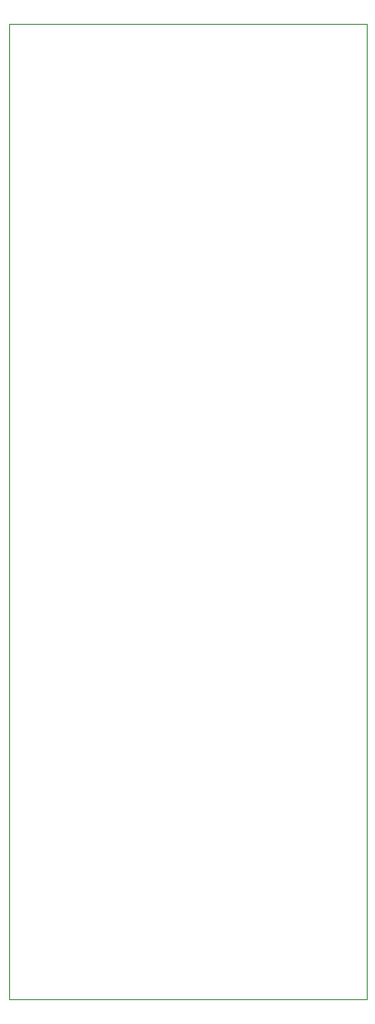
<source format=gbr>
%TF.GenerationSoftware,Altium Limited,Altium Designer,23.4.1 (23)*%
G04 Layer_Color=0*
%FSLAX45Y45*%
%MOMM*%
%TF.SameCoordinates,6CFBE55C-8612-4E24-A10C-01F6C23EBCE3*%
%TF.FilePolarity,Positive*%
%TF.FileFunction,Profile,NP*%
%TF.Part,Single*%
G01*
G75*
%TA.AperFunction,Profile*%
%ADD40C,0.02540*%
D40*
X12700Y0D02*
Y9000000D01*
X3312700D01*
Y0D01*
X12700D01*
%TF.MD5,198f3cfa968bc4d10d03020be9cbb16d*%
M02*

</source>
